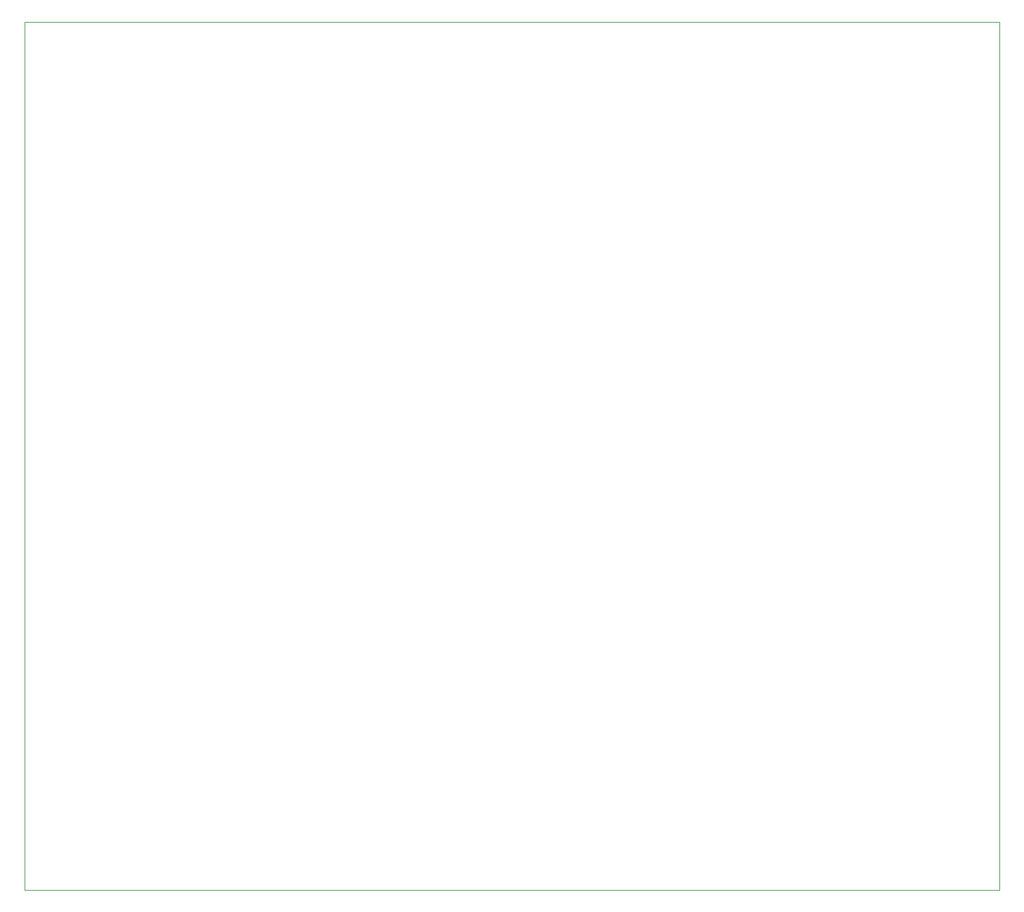
<source format=gbr>
%TF.GenerationSoftware,KiCad,Pcbnew,(6.0.0-0)*%
%TF.CreationDate,2022-01-17T16:58:41-05:00*%
%TF.ProjectId,ALU-Backplane,414c552d-4261-4636-9b70-6c616e652e6b,rev?*%
%TF.SameCoordinates,Original*%
%TF.FileFunction,Profile,NP*%
%FSLAX46Y46*%
G04 Gerber Fmt 4.6, Leading zero omitted, Abs format (unit mm)*
G04 Created by KiCad (PCBNEW (6.0.0-0)) date 2022-01-17 16:58:41*
%MOMM*%
%LPD*%
G01*
G04 APERTURE LIST*
%TA.AperFunction,Profile*%
%ADD10C,0.050000*%
%TD*%
G04 APERTURE END LIST*
D10*
X83900000Y-146000000D02*
X211450000Y-146000000D01*
X211450000Y-146000000D02*
X211450000Y-32350000D01*
X211450000Y-32350000D02*
X83900000Y-32350000D01*
X83900000Y-32350000D02*
X83900000Y-146000000D01*
M02*

</source>
